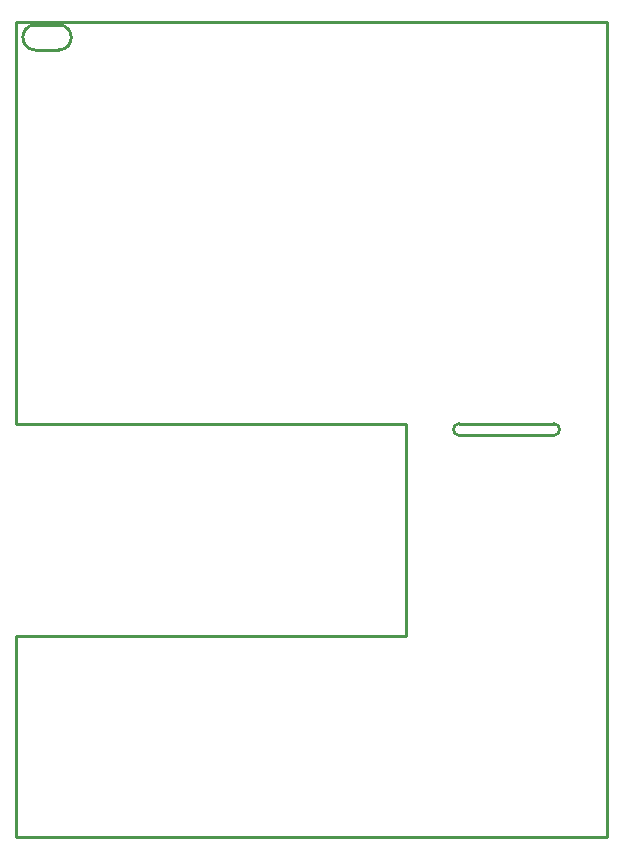
<source format=gko>
G04 Layer: BoardOutlineLayer*
G04 EasyEDA v6.4.30, 2022-01-21 15:04:52*
G04 c46cb3ee090d4a1eb143410c139ed502,dc6f5eff9a9d40dcab93570daa8facdf,10*
G04 Gerber Generator version 0.2*
G04 Scale: 100 percent, Rotated: No, Reflected: No *
G04 Dimensions in millimeters *
G04 leading zeros omitted , absolute positions ,4 integer and 5 decimal *
%FSLAX45Y45*%
%MOMM*%

%ADD10C,0.2540*%
D10*
X5700003Y8760005D02*
G01*
X5700011Y2099886D01*
X4199884Y2099886D01*
X700018Y2099886D01*
X700018Y3215198D01*
X699993Y3579995D01*
X700018Y3799906D01*
X3999997Y3799994D01*
X3999999Y5599998D01*
X4000004Y5600006D02*
G01*
X700026Y5599937D01*
X701042Y8999220D01*
X701042Y8999220D02*
G01*
X5699757Y8999220D01*
X5700019Y8761219D01*
X860003Y8975006D02*
G01*
X1060002Y8975006D01*
G75*
G01*
X1060003Y8975006D02*
G02*
X1060003Y8765004I0J-105001D01*
X1060002Y8765004D02*
G01*
X860003Y8765004D01*
G75*
G01*
X860003Y8765004D02*
G02*
X860003Y8975006I0J105001D01*
X860003Y8975006D02*
G01*
X860003Y8975006D01*
X4450001Y5599998D02*
G01*
X5249999Y5599998D01*
G75*
G01*
X5250000Y5599999D02*
G02*
X5250000Y5499999I0J-50000D01*
X5249999Y5499999D02*
G01*
X4450001Y5499999D01*
G75*
G01*
X4450001Y5499999D02*
G02*
X4450001Y5599999I0J50000D01*
X4450001Y5599998D02*
G01*
X4450001Y5599998D01*

%LPD*%
M02*

</source>
